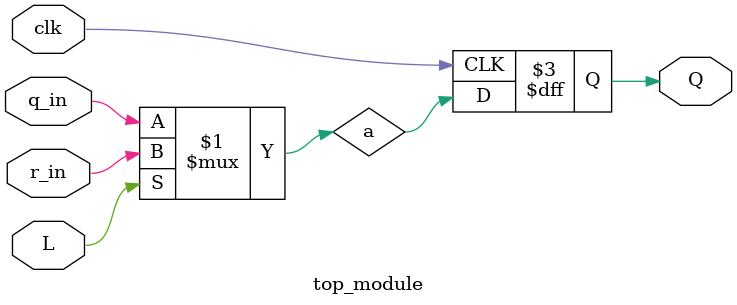
<source format=v>
module top_module (
	input clk,
	input L,
	input r_in,
	input q_in,
	output reg Q);

  wire a;
  assign a = L ? r_in : q_in;

  always @(posedge clk) begin
    Q <= a;
  end

endmodule
</source>
